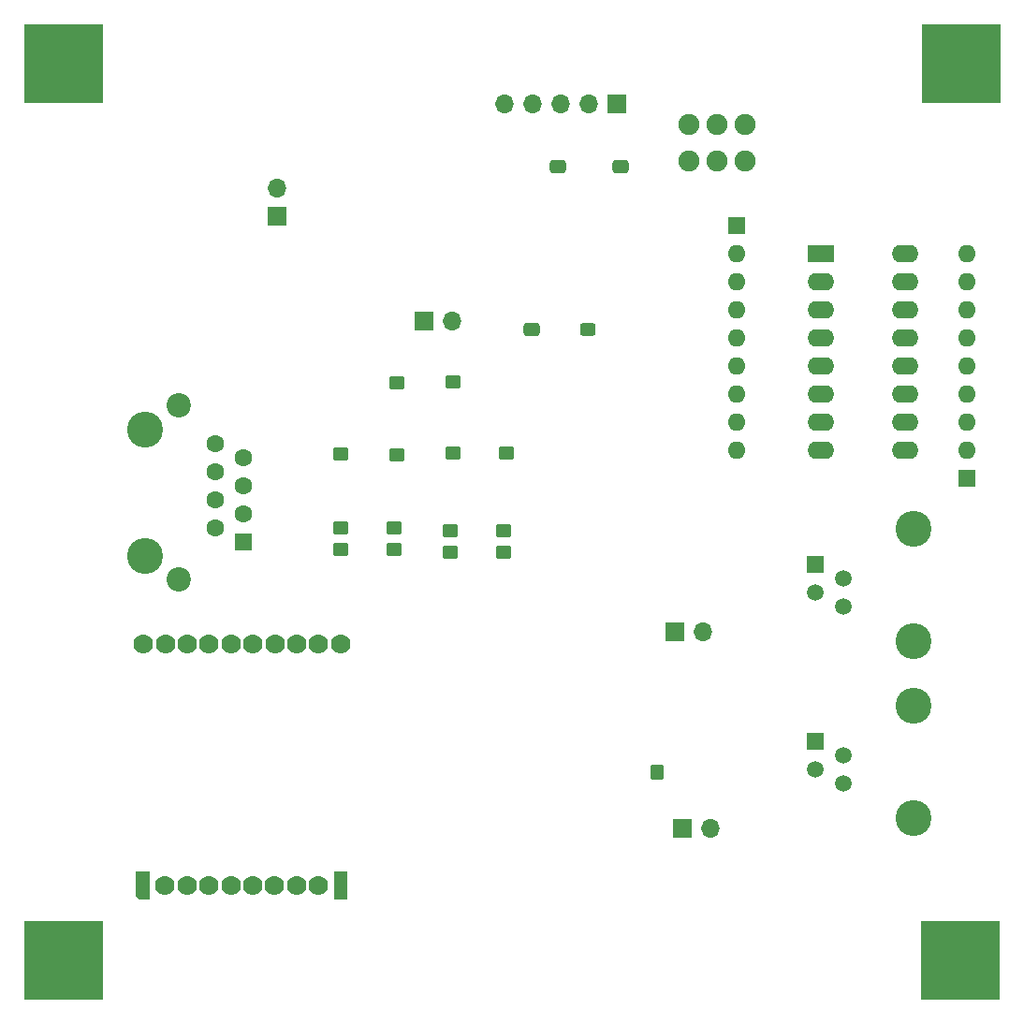
<source format=gbr>
%TF.GenerationSoftware,KiCad,Pcbnew,8.0.1*%
%TF.CreationDate,2024-03-27T11:30:44-06:00*%
%TF.ProjectId,ATV_Project_MasterBoard,4154565f-5072-46f6-9a65-63745f4d6173,rev?*%
%TF.SameCoordinates,Original*%
%TF.FileFunction,Soldermask,Bot*%
%TF.FilePolarity,Negative*%
%FSLAX46Y46*%
G04 Gerber Fmt 4.6, Leading zero omitted, Abs format (unit mm)*
G04 Created by KiCad (PCBNEW 8.0.1) date 2024-03-27 11:30:44*
%MOMM*%
%LPD*%
G01*
G04 APERTURE LIST*
G04 Aperture macros list*
%AMRoundRect*
0 Rectangle with rounded corners*
0 $1 Rounding radius*
0 $2 $3 $4 $5 $6 $7 $8 $9 X,Y pos of 4 corners*
0 Add a 4 corners polygon primitive as box body*
4,1,4,$2,$3,$4,$5,$6,$7,$8,$9,$2,$3,0*
0 Add four circle primitives for the rounded corners*
1,1,$1+$1,$2,$3*
1,1,$1+$1,$4,$5*
1,1,$1+$1,$6,$7*
1,1,$1+$1,$8,$9*
0 Add four rect primitives between the rounded corners*
20,1,$1+$1,$2,$3,$4,$5,0*
20,1,$1+$1,$4,$5,$6,$7,0*
20,1,$1+$1,$6,$7,$8,$9,0*
20,1,$1+$1,$8,$9,$2,$3,0*%
%AMOutline5P*
0 Free polygon, 5 corners , with rotation*
0 The origin of the aperture is its center*
0 number of corners: always 5*
0 $1 to $10 corner X, Y*
0 $11 Rotation angle, in degrees counterclockwise*
0 create outline with 5 corners*
4,1,5,$1,$2,$3,$4,$5,$6,$7,$8,$9,$10,$1,$2,$11*%
%AMOutline6P*
0 Free polygon, 6 corners , with rotation*
0 The origin of the aperture is its center*
0 number of corners: always 6*
0 $1 to $12 corner X, Y*
0 $13 Rotation angle, in degrees counterclockwise*
0 create outline with 6 corners*
4,1,6,$1,$2,$3,$4,$5,$6,$7,$8,$9,$10,$11,$12,$1,$2,$13*%
%AMOutline7P*
0 Free polygon, 7 corners , with rotation*
0 The origin of the aperture is its center*
0 number of corners: always 7*
0 $1 to $14 corner X, Y*
0 $15 Rotation angle, in degrees counterclockwise*
0 create outline with 7 corners*
4,1,7,$1,$2,$3,$4,$5,$6,$7,$8,$9,$10,$11,$12,$13,$14,$1,$2,$15*%
%AMOutline8P*
0 Free polygon, 8 corners , with rotation*
0 The origin of the aperture is its center*
0 number of corners: always 8*
0 $1 to $16 corner X, Y*
0 $17 Rotation angle, in degrees counterclockwise*
0 create outline with 8 corners*
4,1,8,$1,$2,$3,$4,$5,$6,$7,$8,$9,$10,$11,$12,$13,$14,$15,$16,$1,$2,$17*%
G04 Aperture macros list end*
%ADD10C,2.200000*%
%ADD11C,1.600000*%
%ADD12RoundRect,0.248000X-0.552000X0.552000X-0.552000X-0.552000X0.552000X-0.552000X0.552000X0.552000X0*%
%ADD13C,3.250000*%
%ADD14R,7.112000X7.112000*%
%ADD15R,1.520000X1.520000*%
%ADD16C,1.520000*%
%ADD17Outline5P,-1.270000X0.381000X-1.016000X0.635000X1.270000X0.635000X1.270000X-0.635000X-1.270000X-0.635000X90.000000*%
%ADD18C,1.778000*%
%ADD19R,1.270000X2.540000*%
%ADD20C,1.905000*%
%ADD21R,2.400000X1.600000*%
%ADD22O,2.400000X1.600000*%
%ADD23R,1.700000X1.700000*%
%ADD24O,1.700000X1.700000*%
%ADD25R,1.600000X1.600000*%
%ADD26O,1.600000X1.600000*%
%ADD27RoundRect,0.250000X-0.450000X0.350000X-0.450000X-0.350000X0.450000X-0.350000X0.450000X0.350000X0*%
%ADD28RoundRect,0.250000X0.450000X-0.350000X0.450000X0.350000X-0.450000X0.350000X-0.450000X-0.350000X0*%
%ADD29RoundRect,0.250000X0.350000X0.450000X-0.350000X0.450000X-0.350000X-0.450000X0.350000X-0.450000X0*%
%ADD30RoundRect,0.250000X0.450000X-0.325000X0.450000X0.325000X-0.450000X0.325000X-0.450000X-0.325000X0*%
%ADD31RoundRect,0.250000X0.475000X-0.337500X0.475000X0.337500X-0.475000X0.337500X-0.475000X-0.337500X0*%
%ADD32RoundRect,0.250000X-0.475000X0.337500X-0.475000X-0.337500X0.475000X-0.337500X0.475000X0.337500X0*%
G04 APERTURE END LIST*
D10*
%TO.C,J2*%
X135460200Y-88747000D03*
X135460200Y-104547000D03*
D11*
X138760200Y-92202000D03*
X141300200Y-93472000D03*
X138760200Y-94742000D03*
X141300200Y-96012000D03*
X138760200Y-97282000D03*
X141300200Y-98552000D03*
X138760200Y-99822000D03*
D12*
X141300200Y-101092000D03*
D13*
X132410200Y-90932000D03*
X132410200Y-102362000D03*
%TD*%
D14*
%TO.C,REF\u002A\u002A*%
X125044200Y-138938000D03*
%TD*%
%TO.C,REF\u002A\u002A*%
X125044200Y-57859200D03*
%TD*%
D13*
%TO.C,J3*%
X201930000Y-126111000D03*
X201930000Y-115951000D03*
D15*
X193040000Y-119121000D03*
D16*
X195580000Y-120391000D03*
X193040000Y-121661000D03*
X195580000Y-122931000D03*
%TD*%
D14*
%TO.C,REF\u002A\u002A*%
X206146400Y-138963400D03*
%TD*%
%TO.C,REF\u002A\u002A*%
X206197200Y-57886600D03*
%TD*%
D17*
%TO.C,U3*%
X132232200Y-132207000D03*
D18*
X134213400Y-132207000D03*
X136194600Y-132207000D03*
X138175800Y-132207000D03*
X140157000Y-132207000D03*
X142138200Y-132207000D03*
X144119400Y-132207000D03*
X146100600Y-132207000D03*
X148081800Y-132207000D03*
D19*
X150063000Y-132207000D03*
D18*
X150088400Y-110363000D03*
X148107200Y-110363000D03*
X146126000Y-110363000D03*
X144144800Y-110363000D03*
X142163600Y-110363000D03*
X140182400Y-110363000D03*
X138201200Y-110363000D03*
X136220000Y-110363000D03*
X134238800Y-110363000D03*
X132257600Y-110363000D03*
%TD*%
D20*
%TO.C,SW2*%
X186702500Y-63347600D03*
X184111700Y-63347600D03*
X181622500Y-63347600D03*
X181622500Y-66675000D03*
X184111700Y-66675000D03*
X186702500Y-66675000D03*
%TD*%
D21*
%TO.C,SW1*%
X193560500Y-75057000D03*
D22*
X193560500Y-77597000D03*
X193560500Y-80137000D03*
X193560500Y-82677000D03*
X193560500Y-85217000D03*
X193560500Y-87757000D03*
X193560500Y-90297000D03*
X193560500Y-92837000D03*
X201180500Y-92837000D03*
X201180500Y-90297000D03*
X201180500Y-87757000D03*
X201180500Y-85217000D03*
X201180500Y-82677000D03*
X201180500Y-80137000D03*
X201180500Y-77597000D03*
X201180500Y-75057000D03*
%TD*%
D23*
%TO.C,J5*%
X144309500Y-71628000D03*
D24*
X144309500Y-69088000D03*
%TD*%
D25*
%TO.C,RN2*%
X206768500Y-95377000D03*
D26*
X206768500Y-92837000D03*
X206768500Y-90297000D03*
X206768500Y-87757000D03*
X206768500Y-85217000D03*
X206768500Y-82677000D03*
X206768500Y-80137000D03*
X206768500Y-77597000D03*
X206768500Y-75057000D03*
%TD*%
%TO.C,RN1*%
X185940500Y-92837000D03*
X185940500Y-90297000D03*
X185940500Y-87757000D03*
X185940500Y-85217000D03*
X185940500Y-82677000D03*
X185940500Y-80137000D03*
X185940500Y-77597000D03*
X185940500Y-75057000D03*
D25*
X185940500Y-72517000D03*
%TD*%
D27*
%TO.C,R21*%
X150138000Y-101822000D03*
X150138000Y-99822000D03*
%TD*%
%TO.C,R20*%
X154964000Y-101838000D03*
X154964000Y-99838000D03*
%TD*%
%TO.C,R19*%
X160021000Y-100092000D03*
X160021000Y-102092000D03*
%TD*%
%TO.C,R18*%
X164847000Y-100076000D03*
X164847000Y-102076000D03*
%TD*%
D28*
%TO.C,R17*%
X165112500Y-93091000D03*
%TD*%
%TO.C,R16*%
X160286500Y-93091000D03*
%TD*%
%TO.C,R15*%
X155183500Y-93233000D03*
%TD*%
%TO.C,R14*%
X150103500Y-93124750D03*
%TD*%
D27*
%TO.C,R12*%
X155195000Y-86756000D03*
%TD*%
%TO.C,R11*%
X160275000Y-86646000D03*
%TD*%
D29*
%TO.C,R1*%
X178730000Y-121920000D03*
%TD*%
D23*
%TO.C,JP4*%
X180340000Y-109220000D03*
D24*
X182880000Y-109220000D03*
%TD*%
D23*
%TO.C,JP2*%
X180975000Y-127000000D03*
D24*
X183515000Y-127000000D03*
%TD*%
D23*
%TO.C,JP1*%
X157639500Y-81153000D03*
D24*
X160179500Y-81153000D03*
%TD*%
D13*
%TO.C,J4*%
X201930000Y-110109000D03*
X201930000Y-99949000D03*
D15*
X193040000Y-103119000D03*
D16*
X195580000Y-104389000D03*
X193040000Y-105659000D03*
X195580000Y-106929000D03*
%TD*%
D23*
%TO.C,J1*%
X175116500Y-61497000D03*
D24*
X172576500Y-61497000D03*
X170036500Y-61497000D03*
X167496500Y-61497000D03*
X164956500Y-61497000D03*
%TD*%
D30*
%TO.C,D3*%
X172478500Y-81924000D03*
%TD*%
D31*
%TO.C,C4*%
X175424500Y-67183000D03*
%TD*%
%TO.C,C3*%
X169709500Y-67183000D03*
%TD*%
D32*
%TO.C,C1*%
X167398500Y-81924000D03*
%TD*%
M02*

</source>
